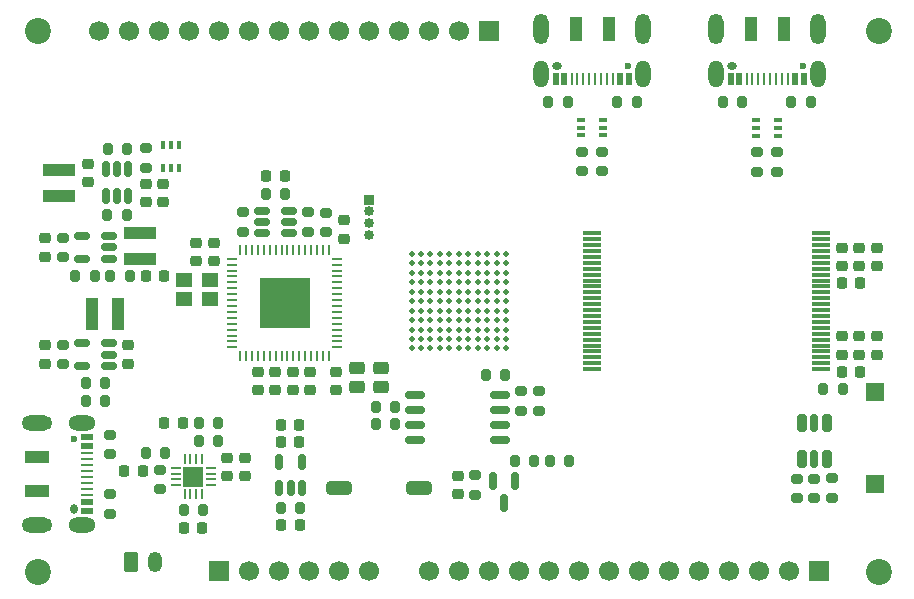
<source format=gbr>
%TF.GenerationSoftware,KiCad,Pcbnew,9.0.3*%
%TF.CreationDate,2025-10-10T02:21:22-04:00*%
%TF.ProjectId,sbc,7362632e-6b69-4636-9164-5f7063625858,rev?*%
%TF.SameCoordinates,Original*%
%TF.FileFunction,Soldermask,Top*%
%TF.FilePolarity,Negative*%
%FSLAX46Y46*%
G04 Gerber Fmt 4.6, Leading zero omitted, Abs format (unit mm)*
G04 Created by KiCad (PCBNEW 9.0.3) date 2025-10-10 02:21:22*
%MOMM*%
%LPD*%
G01*
G04 APERTURE LIST*
G04 Aperture macros list*
%AMRoundRect*
0 Rectangle with rounded corners*
0 $1 Rounding radius*
0 $2 $3 $4 $5 $6 $7 $8 $9 X,Y pos of 4 corners*
0 Add a 4 corners polygon primitive as box body*
4,1,4,$2,$3,$4,$5,$6,$7,$8,$9,$2,$3,0*
0 Add four circle primitives for the rounded corners*
1,1,$1+$1,$2,$3*
1,1,$1+$1,$4,$5*
1,1,$1+$1,$6,$7*
1,1,$1+$1,$8,$9*
0 Add four rect primitives between the rounded corners*
20,1,$1+$1,$2,$3,$4,$5,0*
20,1,$1+$1,$4,$5,$6,$7,0*
20,1,$1+$1,$6,$7,$8,$9,0*
20,1,$1+$1,$8,$9,$2,$3,0*%
G04 Aperture macros list end*
%ADD10RoundRect,0.200000X0.200000X0.275000X-0.200000X0.275000X-0.200000X-0.275000X0.200000X-0.275000X0*%
%ADD11RoundRect,0.200000X0.275000X-0.200000X0.275000X0.200000X-0.275000X0.200000X-0.275000X-0.200000X0*%
%ADD12RoundRect,0.225000X0.250000X-0.225000X0.250000X0.225000X-0.250000X0.225000X-0.250000X-0.225000X0*%
%ADD13RoundRect,0.150000X-0.150000X0.587500X-0.150000X-0.587500X0.150000X-0.587500X0.150000X0.587500X0*%
%ADD14C,0.600000*%
%ADD15R,2.000000X1.000000*%
%ADD16O,0.600000X0.850000*%
%ADD17R,1.000000X0.520000*%
%ADD18R,1.000000X0.270000*%
%ADD19O,2.300000X1.300000*%
%ADD20O,2.600000X1.300000*%
%ADD21RoundRect,0.200000X-0.200000X-0.275000X0.200000X-0.275000X0.200000X0.275000X-0.200000X0.275000X0*%
%ADD22R,1.000000X2.700000*%
%ADD23R,2.700000X1.000000*%
%ADD24RoundRect,0.160000X-0.240000X0.565000X-0.240000X-0.565000X0.240000X-0.565000X0.240000X0.565000X0*%
%ADD25RoundRect,0.120000X-0.180000X0.605000X-0.180000X-0.605000X0.180000X-0.605000X0.180000X0.605000X0*%
%ADD26RoundRect,0.225000X-0.250000X0.225000X-0.250000X-0.225000X0.250000X-0.225000X0.250000X0.225000X0*%
%ADD27RoundRect,0.200000X-0.275000X0.200000X-0.275000X-0.200000X0.275000X-0.200000X0.275000X0.200000X0*%
%ADD28RoundRect,0.250000X-0.350000X-0.625000X0.350000X-0.625000X0.350000X0.625000X-0.350000X0.625000X0*%
%ADD29O,1.200000X1.750000*%
%ADD30RoundRect,0.225000X0.225000X0.250000X-0.225000X0.250000X-0.225000X-0.250000X0.225000X-0.250000X0*%
%ADD31RoundRect,0.250000X-0.830000X-0.310000X0.830000X-0.310000X0.830000X0.310000X-0.830000X0.310000X0*%
%ADD32RoundRect,0.150000X0.512500X0.150000X-0.512500X0.150000X-0.512500X-0.150000X0.512500X-0.150000X0*%
%ADD33RoundRect,0.218750X0.256250X-0.218750X0.256250X0.218750X-0.256250X0.218750X-0.256250X-0.218750X0*%
%ADD34RoundRect,0.150000X0.150000X-0.512500X0.150000X0.512500X-0.150000X0.512500X-0.150000X-0.512500X0*%
%ADD35RoundRect,0.100000X-0.225000X-0.100000X0.225000X-0.100000X0.225000X0.100000X-0.225000X0.100000X0*%
%ADD36RoundRect,0.062500X-0.337500X-0.062500X0.337500X-0.062500X0.337500X0.062500X-0.337500X0.062500X0*%
%ADD37RoundRect,0.062500X-0.062500X-0.337500X0.062500X-0.337500X0.062500X0.337500X-0.062500X0.337500X0*%
%ADD38R,4.350000X4.350000*%
%ADD39R,1.500000X1.500000*%
%ADD40C,2.200000*%
%ADD41RoundRect,0.150000X-0.512500X-0.150000X0.512500X-0.150000X0.512500X0.150000X-0.512500X0.150000X0*%
%ADD42C,0.500000*%
%ADD43R,1.400000X1.200000*%
%ADD44R,1.000000X2.000000*%
%ADD45O,0.850000X0.600000*%
%ADD46R,0.520000X1.000000*%
%ADD47R,0.270000X1.000000*%
%ADD48O,1.300000X2.300000*%
%ADD49O,1.300000X2.600000*%
%ADD50RoundRect,0.218750X-0.256250X0.218750X-0.256250X-0.218750X0.256250X-0.218750X0.256250X0.218750X0*%
%ADD51R,1.700000X1.700000*%
%ADD52C,1.700000*%
%ADD53RoundRect,0.162500X-0.650000X-0.162500X0.650000X-0.162500X0.650000X0.162500X-0.650000X0.162500X0*%
%ADD54RoundRect,0.225000X-0.225000X-0.250000X0.225000X-0.250000X0.225000X0.250000X-0.225000X0.250000X0*%
%ADD55RoundRect,0.218750X-0.218750X-0.256250X0.218750X-0.256250X0.218750X0.256250X-0.218750X0.256250X0*%
%ADD56RoundRect,0.250000X-0.400000X-0.300000X0.400000X-0.300000X0.400000X0.300000X-0.400000X0.300000X0*%
%ADD57RoundRect,0.218750X0.218750X0.256250X-0.218750X0.256250X-0.218750X-0.256250X0.218750X-0.256250X0*%
%ADD58RoundRect,0.100000X-0.100000X0.225000X-0.100000X-0.225000X0.100000X-0.225000X0.100000X0.225000X0*%
%ADD59RoundRect,0.075000X-0.712500X-0.075000X0.712500X-0.075000X0.712500X0.075000X-0.712500X0.075000X0*%
%ADD60RoundRect,0.062500X0.062500X-0.350000X0.062500X0.350000X-0.062500X0.350000X-0.062500X-0.350000X0*%
%ADD61RoundRect,0.062500X0.350000X-0.062500X0.350000X0.062500X-0.350000X0.062500X-0.350000X-0.062500X0*%
%ADD62R,1.680000X1.680000*%
%ADD63R,0.850000X0.850000*%
%ADD64C,0.850000*%
G04 APERTURE END LIST*
D10*
%TO.C,R26*%
X148920000Y-84770000D03*
X147270000Y-84770000D03*
%TD*%
D11*
%TO.C,R21*%
X106154000Y-106944600D03*
X106154000Y-105294600D03*
%TD*%
%TO.C,R33*%
X168360000Y-118260000D03*
X168360000Y-116610000D03*
%TD*%
D10*
%TO.C,R23*%
X163720000Y-84770000D03*
X162070000Y-84770000D03*
%TD*%
D12*
%TO.C,C33*%
X173620000Y-98605000D03*
X173620000Y-97055000D03*
%TD*%
D13*
%TO.C,Q2*%
X144460000Y-116815000D03*
X142560000Y-116815000D03*
X143510000Y-118690000D03*
%TD*%
D11*
%TO.C,R18*%
X145000000Y-110860000D03*
X145000000Y-109210000D03*
%TD*%
D14*
%TO.C,J6*%
X107102500Y-113225000D03*
D15*
X104002500Y-114825000D03*
X104002500Y-117625000D03*
D16*
X107102500Y-119225000D03*
D17*
X108202500Y-113125000D03*
X108202500Y-113875000D03*
D18*
X108202500Y-114475000D03*
X108202500Y-115975000D03*
X108202500Y-116975000D03*
X108202500Y-117975000D03*
D17*
X108202500Y-118575000D03*
X108202500Y-119325000D03*
X108202500Y-119325000D03*
X108202500Y-118575000D03*
D18*
X108202500Y-117475000D03*
X108202500Y-116475000D03*
X108202500Y-115475000D03*
X108202500Y-114975000D03*
D17*
X108202500Y-113875000D03*
X108202500Y-113125000D03*
D19*
X107827500Y-111905000D03*
D20*
X104002500Y-111905000D03*
D19*
X107827500Y-120545000D03*
D20*
X104002500Y-120545000D03*
%TD*%
D12*
%TO.C,C40*%
X124170000Y-109100000D03*
X124170000Y-107550000D03*
%TD*%
D21*
%TO.C,R53*%
X116400000Y-119300000D03*
X118050000Y-119300000D03*
%TD*%
D22*
%TO.C,L1*%
X108686500Y-102679600D03*
X110886500Y-102679600D03*
%TD*%
D23*
%TO.C,L2*%
X112725200Y-95801200D03*
X112725200Y-98001200D03*
%TD*%
D24*
%TO.C,D3*%
X170860000Y-111875000D03*
D25*
X169810000Y-111875000D03*
D24*
X168760000Y-111875000D03*
X168760000Y-114925000D03*
D25*
X169810000Y-114925000D03*
D24*
X170860000Y-114925000D03*
%TD*%
D26*
%TO.C,C16*%
X108351600Y-89957400D03*
X108351600Y-91507400D03*
%TD*%
D27*
%TO.C,R35*%
X151870000Y-88949200D03*
X151870000Y-90599200D03*
%TD*%
D12*
%TO.C,C55*%
X175090000Y-98605000D03*
X175090000Y-97055000D03*
%TD*%
D21*
%TO.C,R24*%
X167870000Y-84770000D03*
X169520000Y-84770000D03*
%TD*%
D28*
%TO.C,J3*%
X111970000Y-123710000D03*
D29*
X113970000Y-123710000D03*
%TD*%
D30*
%TO.C,C4*%
X116330000Y-111940000D03*
X114780000Y-111940000D03*
%TD*%
D11*
%TO.C,R10*%
X110212500Y-114555000D03*
X110212500Y-112905000D03*
%TD*%
D31*
%TO.C,JP2*%
X129578600Y-117398800D03*
X136308600Y-117398800D03*
%TD*%
D11*
%TO.C,R16*%
X146460000Y-110870000D03*
X146460000Y-109220000D03*
%TD*%
D32*
%TO.C,U11*%
X110094000Y-107074600D03*
X110094000Y-106124600D03*
X110094000Y-105174600D03*
X107819000Y-105174600D03*
X107819000Y-107074600D03*
%TD*%
D33*
%TO.C,D6*%
X121570000Y-116435000D03*
X121570000Y-114860000D03*
%TD*%
D32*
%TO.C,U1*%
X110063200Y-97993200D03*
X110063200Y-97043200D03*
X110063200Y-96093200D03*
X107788200Y-96093200D03*
X107788200Y-97993200D03*
%TD*%
D34*
%TO.C,U4*%
X109831600Y-92647400D03*
X110781600Y-92647400D03*
X111731600Y-92647400D03*
X111731600Y-90372400D03*
X110781600Y-90372400D03*
X109831600Y-90372400D03*
%TD*%
D21*
%TO.C,R13*%
X107223200Y-99473200D03*
X108873200Y-99473200D03*
%TD*%
D26*
%TO.C,C41*%
X173620000Y-104580000D03*
X173620000Y-106130000D03*
%TD*%
D10*
%TO.C,R9*%
X109764000Y-108559600D03*
X108114000Y-108559600D03*
%TD*%
D21*
%TO.C,R48*%
X123350000Y-92479600D03*
X125000000Y-92479600D03*
%TD*%
D35*
%TO.C,U14*%
X164830000Y-86279200D03*
X164830000Y-86929200D03*
X164830000Y-87579200D03*
X166730000Y-87579200D03*
X166730000Y-86929200D03*
X166730000Y-86279200D03*
%TD*%
D36*
%TO.C,U8*%
X120500000Y-98000000D03*
X120500000Y-98500000D03*
X120500000Y-99000000D03*
X120500000Y-99500000D03*
X120500000Y-100000000D03*
X120500000Y-100500000D03*
X120500000Y-101000000D03*
X120500000Y-101500000D03*
X120500000Y-102000000D03*
X120500000Y-102500000D03*
X120500000Y-103000000D03*
X120500000Y-103500000D03*
X120500000Y-104000000D03*
X120500000Y-104500000D03*
X120500000Y-105000000D03*
X120500000Y-105500000D03*
D37*
X121200000Y-106200000D03*
X121700000Y-106200000D03*
X122200000Y-106200000D03*
X122700000Y-106200000D03*
X123200000Y-106200000D03*
X123700000Y-106200000D03*
X124200000Y-106200000D03*
X124700000Y-106200000D03*
X125200000Y-106200000D03*
X125700000Y-106200000D03*
X126200000Y-106200000D03*
X126700000Y-106200000D03*
X127200000Y-106200000D03*
X127700000Y-106200000D03*
X128200000Y-106200000D03*
X128700000Y-106200000D03*
D36*
X129400000Y-105500000D03*
X129400000Y-105000000D03*
X129400000Y-104500000D03*
X129400000Y-104000000D03*
X129400000Y-103500000D03*
X129400000Y-103000000D03*
X129400000Y-102500000D03*
X129400000Y-102000000D03*
X129400000Y-101500000D03*
X129400000Y-101000000D03*
X129400000Y-100500000D03*
X129400000Y-100000000D03*
X129400000Y-99500000D03*
X129400000Y-99000000D03*
X129400000Y-98500000D03*
X129400000Y-98000000D03*
D37*
X128700000Y-97300000D03*
X128200000Y-97300000D03*
X127700000Y-97300000D03*
X127200000Y-97300000D03*
X126700000Y-97300000D03*
X126200000Y-97300000D03*
X125700000Y-97300000D03*
X125200000Y-97300000D03*
X124700000Y-97300000D03*
X124200000Y-97300000D03*
X123700000Y-97300000D03*
X123200000Y-97300000D03*
X122700000Y-97300000D03*
X122200000Y-97300000D03*
X121700000Y-97300000D03*
X121200000Y-97300000D03*
D38*
X124950000Y-101750000D03*
%TD*%
D12*
%TO.C,C42*%
X125630000Y-109100000D03*
X125630000Y-107550000D03*
%TD*%
D11*
%TO.C,R5*%
X114377500Y-117515000D03*
X114377500Y-115865000D03*
%TD*%
D26*
%TO.C,C15*%
X175080000Y-104580000D03*
X175080000Y-106130000D03*
%TD*%
D39*
%TO.C,SW1*%
X174910000Y-117090000D03*
X174910000Y-109290000D03*
%TD*%
D40*
%TO.C,H2*%
X175300000Y-78700000D03*
%TD*%
D11*
%TO.C,R50*%
X128430000Y-95739600D03*
X128430000Y-94089600D03*
%TD*%
%TO.C,R49*%
X126970000Y-95734600D03*
X126970000Y-94084600D03*
%TD*%
D10*
%TO.C,R17*%
X134310000Y-112000000D03*
X132660000Y-112000000D03*
%TD*%
D12*
%TO.C,C37*%
X117468800Y-98230000D03*
X117468800Y-96680000D03*
%TD*%
D21*
%TO.C,R27*%
X153100000Y-84770000D03*
X154750000Y-84770000D03*
%TD*%
D10*
%TO.C,R4*%
X114832500Y-114485000D03*
X113182500Y-114485000D03*
%TD*%
D41*
%TO.C,U7*%
X123042500Y-93959600D03*
X123042500Y-94909600D03*
X123042500Y-95859600D03*
X125317500Y-95859600D03*
X125317500Y-94909600D03*
X125317500Y-93959600D03*
%TD*%
D42*
%TO.C,U2*%
X135700000Y-97600000D03*
X136500000Y-97600000D03*
X137300000Y-97600000D03*
X138100000Y-97600000D03*
X138900000Y-97600000D03*
X139700000Y-97600000D03*
X140500000Y-97600000D03*
X141300000Y-97600000D03*
X142100000Y-97600000D03*
X142900000Y-97600000D03*
X143700000Y-97600000D03*
X135700000Y-98400000D03*
X136500000Y-98400000D03*
X137300000Y-98400000D03*
X138100000Y-98400000D03*
X138900000Y-98400000D03*
X139700000Y-98400000D03*
X140500000Y-98400000D03*
X141300000Y-98400000D03*
X142100000Y-98400000D03*
X142900000Y-98400000D03*
X143700000Y-98400000D03*
X135700000Y-99200000D03*
X136500000Y-99200000D03*
X137300000Y-99200000D03*
X138100000Y-99200000D03*
X138900000Y-99200000D03*
X139700000Y-99200000D03*
X140500000Y-99200000D03*
X141300000Y-99200000D03*
X142100000Y-99200000D03*
X142900000Y-99200000D03*
X143700000Y-99200000D03*
X135700000Y-100000000D03*
X136500000Y-100000000D03*
X137300000Y-100000000D03*
X138100000Y-100000000D03*
X138900000Y-100000000D03*
X139700000Y-100000000D03*
X140500000Y-100000000D03*
X141300000Y-100000000D03*
X142100000Y-100000000D03*
X142900000Y-100000000D03*
X143700000Y-100000000D03*
X135700000Y-100800000D03*
X136500000Y-100800000D03*
X137300000Y-100800000D03*
X138100000Y-100800000D03*
X138900000Y-100800000D03*
X139700000Y-100800000D03*
X140500000Y-100800000D03*
X141300000Y-100800000D03*
X142100000Y-100800000D03*
X142900000Y-100800000D03*
X143700000Y-100800000D03*
X135700000Y-101600000D03*
X136500000Y-101600000D03*
X137300000Y-101600000D03*
X138100000Y-101600000D03*
X138900000Y-101600000D03*
X139700000Y-101600000D03*
X140500000Y-101600000D03*
X141300000Y-101600000D03*
X142100000Y-101600000D03*
X142900000Y-101600000D03*
X143700000Y-101600000D03*
X135700000Y-102400000D03*
X136500000Y-102400000D03*
X137300000Y-102400000D03*
X138100000Y-102400000D03*
X138900000Y-102400000D03*
X139700000Y-102400000D03*
X140500000Y-102400000D03*
X141300000Y-102400000D03*
X142100000Y-102400000D03*
X142900000Y-102400000D03*
X143700000Y-102400000D03*
X135700000Y-103200000D03*
X136500000Y-103200000D03*
X137300000Y-103200000D03*
X138100000Y-103200000D03*
X138900000Y-103200000D03*
X139700000Y-103200000D03*
X140500000Y-103200000D03*
X141300000Y-103200000D03*
X142100000Y-103200000D03*
X142900000Y-103200000D03*
X143700000Y-103200000D03*
X135700000Y-104000000D03*
X136500000Y-104000000D03*
X137300000Y-104000000D03*
X138100000Y-104000000D03*
X138900000Y-104000000D03*
X139700000Y-104000000D03*
X140500000Y-104000000D03*
X141300000Y-104000000D03*
X142100000Y-104000000D03*
X142900000Y-104000000D03*
X143700000Y-104000000D03*
X135700000Y-104800000D03*
X136500000Y-104800000D03*
X137300000Y-104800000D03*
X138100000Y-104800000D03*
X138900000Y-104800000D03*
X139700000Y-104800000D03*
X140500000Y-104800000D03*
X141300000Y-104800000D03*
X142100000Y-104800000D03*
X142900000Y-104800000D03*
X143700000Y-104800000D03*
X135700000Y-105600000D03*
X136500000Y-105600000D03*
X137300000Y-105600000D03*
X138100000Y-105600000D03*
X138900000Y-105600000D03*
X139700000Y-105600000D03*
X140500000Y-105600000D03*
X141300000Y-105600000D03*
X142100000Y-105600000D03*
X142900000Y-105600000D03*
X143700000Y-105600000D03*
%TD*%
D43*
%TO.C,Y1*%
X118668800Y-99830000D03*
X116468800Y-99830000D03*
X116468800Y-101430000D03*
X118668800Y-101430000D03*
%TD*%
D14*
%TO.C,J1*%
X168820000Y-81660000D03*
D44*
X167220000Y-78560000D03*
X164420000Y-78560000D03*
D45*
X162820000Y-81660000D03*
D46*
X168920000Y-82760000D03*
X168170000Y-82760000D03*
D47*
X167570000Y-82760000D03*
X166070000Y-82760000D03*
X165070000Y-82760000D03*
X164070000Y-82760000D03*
D46*
X163470000Y-82760000D03*
X162720000Y-82760000D03*
X162720000Y-82760000D03*
X163470000Y-82760000D03*
D47*
X164570000Y-82760000D03*
X165570000Y-82760000D03*
X166570000Y-82760000D03*
X167070000Y-82760000D03*
D46*
X168170000Y-82760000D03*
X168920000Y-82760000D03*
D48*
X170140000Y-82385000D03*
D49*
X170140000Y-78560000D03*
D48*
X161500000Y-82385000D03*
D49*
X161500000Y-78560000D03*
%TD*%
D50*
%TO.C,D4*%
X139620000Y-116385000D03*
X139620000Y-117960000D03*
%TD*%
D14*
%TO.C,J7*%
X154000000Y-81660000D03*
D44*
X152400000Y-78560000D03*
X149600000Y-78560000D03*
D45*
X148000000Y-81660000D03*
D46*
X154100000Y-82760000D03*
X153350000Y-82760000D03*
D47*
X152750000Y-82760000D03*
X151250000Y-82760000D03*
X150250000Y-82760000D03*
X149250000Y-82760000D03*
D46*
X148650000Y-82760000D03*
X147900000Y-82760000D03*
X147900000Y-82760000D03*
X148650000Y-82760000D03*
D47*
X149750000Y-82760000D03*
X150750000Y-82760000D03*
X151750000Y-82760000D03*
X152250000Y-82760000D03*
D46*
X153350000Y-82760000D03*
X154100000Y-82760000D03*
D48*
X155320000Y-82385000D03*
D49*
X155320000Y-78560000D03*
D48*
X146680000Y-82385000D03*
D49*
X146680000Y-78560000D03*
%TD*%
D26*
%TO.C,C56*%
X172160000Y-104580000D03*
X172160000Y-106130000D03*
%TD*%
D21*
%TO.C,R40*%
X147410000Y-115110000D03*
X149060000Y-115110000D03*
%TD*%
D51*
%TO.C,J4*%
X119380000Y-124460000D03*
D52*
X121920000Y-124460000D03*
X124460000Y-124460000D03*
X127000000Y-124460000D03*
X129540000Y-124460000D03*
X132080000Y-124460000D03*
%TD*%
D27*
%TO.C,R37*%
X121400000Y-94069600D03*
X121400000Y-95719600D03*
%TD*%
%TO.C,R44*%
X166640000Y-88984200D03*
X166640000Y-90634200D03*
%TD*%
D26*
%TO.C,C34*%
X113211600Y-91662400D03*
X113211600Y-93212400D03*
%TD*%
D53*
%TO.C,U3*%
X136025000Y-109560000D03*
X136025000Y-110830000D03*
X136025000Y-112100000D03*
X136025000Y-113370000D03*
X143200000Y-113370000D03*
X143200000Y-112100000D03*
X143200000Y-110830000D03*
X143200000Y-109560000D03*
%TD*%
D54*
%TO.C,C9*%
X113188200Y-99473200D03*
X114738200Y-99473200D03*
%TD*%
D21*
%TO.C,R55*%
X109951600Y-94292400D03*
X111601600Y-94292400D03*
%TD*%
D54*
%TO.C,C13*%
X172140000Y-107560000D03*
X173690000Y-107560000D03*
%TD*%
D10*
%TO.C,R6*%
X119337500Y-111940000D03*
X117687500Y-111940000D03*
%TD*%
D21*
%TO.C,R8*%
X108114000Y-110019600D03*
X109764000Y-110019600D03*
%TD*%
D54*
%TO.C,C64*%
X111400000Y-115940000D03*
X112950000Y-115940000D03*
%TD*%
D10*
%TO.C,R31*%
X172210000Y-109030000D03*
X170560000Y-109030000D03*
%TD*%
D26*
%TO.C,C6*%
X111734000Y-105339600D03*
X111734000Y-106889600D03*
%TD*%
D40*
%TO.C,H1*%
X104100000Y-78700000D03*
%TD*%
D21*
%TO.C,R22*%
X141980000Y-107830000D03*
X143630000Y-107830000D03*
%TD*%
%TO.C,R39*%
X109961600Y-88732400D03*
X111611600Y-88732400D03*
%TD*%
D26*
%TO.C,C5*%
X104684000Y-105344600D03*
X104684000Y-106894600D03*
%TD*%
D12*
%TO.C,C39*%
X172160000Y-98605000D03*
X172160000Y-97055000D03*
%TD*%
D35*
%TO.C,U15*%
X150050000Y-86249200D03*
X150050000Y-86899200D03*
X150050000Y-87549200D03*
X151950000Y-87549200D03*
X151950000Y-86899200D03*
X151950000Y-86249200D03*
%TD*%
D55*
%TO.C,L6*%
X124625000Y-113500000D03*
X126200000Y-113500000D03*
%TD*%
D56*
%TO.C,Y2*%
X131050000Y-108880000D03*
X133150000Y-108880000D03*
X133150000Y-107230000D03*
X131050000Y-107230000D03*
%TD*%
D21*
%TO.C,R54*%
X124638000Y-119088400D03*
X126288000Y-119088400D03*
%TD*%
D11*
%TO.C,R42*%
X141080000Y-117990000D03*
X141080000Y-116340000D03*
%TD*%
D26*
%TO.C,C14*%
X129270000Y-107550000D03*
X129270000Y-109100000D03*
%TD*%
D57*
%TO.C,L4*%
X173690000Y-100040000D03*
X172115000Y-100040000D03*
%TD*%
D23*
%TO.C,L3*%
X105871600Y-90502400D03*
X105871600Y-92702400D03*
%TD*%
D21*
%TO.C,R12*%
X110183200Y-99473200D03*
X111833200Y-99473200D03*
%TD*%
D11*
%TO.C,R34*%
X169820000Y-118260000D03*
X169820000Y-116610000D03*
%TD*%
D40*
%TO.C,H4*%
X104100000Y-124500000D03*
%TD*%
D58*
%TO.C,U12*%
X115991600Y-88412400D03*
X115341600Y-88412400D03*
X114691600Y-88412400D03*
X114691600Y-90312400D03*
X115341600Y-90312400D03*
X115991600Y-90312400D03*
%TD*%
D26*
%TO.C,C35*%
X114671600Y-91662400D03*
X114671600Y-93212400D03*
%TD*%
D59*
%TO.C,U6*%
X151012500Y-95850000D03*
X151012500Y-96350000D03*
X151012500Y-96850000D03*
X151012500Y-97350000D03*
X151012500Y-97850000D03*
X151012500Y-98350000D03*
X151012500Y-98850000D03*
X151012500Y-99350000D03*
X151012500Y-99850000D03*
X151012500Y-100350000D03*
X151012500Y-100850000D03*
X151012500Y-101350000D03*
X151012500Y-101850000D03*
X151012500Y-102350000D03*
X151012500Y-102850000D03*
X151012500Y-103350000D03*
X151012500Y-103850000D03*
X151012500Y-104350000D03*
X151012500Y-104850000D03*
X151012500Y-105350000D03*
X151012500Y-105850000D03*
X151012500Y-106350000D03*
X151012500Y-106850000D03*
X151012500Y-107350000D03*
X170387500Y-107350000D03*
X170387500Y-106850000D03*
X170387500Y-106350000D03*
X170387500Y-105850000D03*
X170387500Y-105350000D03*
X170387500Y-104850000D03*
X170387500Y-104350000D03*
X170387500Y-103850000D03*
X170387500Y-103350000D03*
X170387500Y-102850000D03*
X170387500Y-102350000D03*
X170387500Y-101850000D03*
X170387500Y-101350000D03*
X170387500Y-100850000D03*
X170387500Y-100350000D03*
X170387500Y-99850000D03*
X170387500Y-99350000D03*
X170387500Y-98850000D03*
X170387500Y-98350000D03*
X170387500Y-97850000D03*
X170387500Y-97350000D03*
X170387500Y-96850000D03*
X170387500Y-96350000D03*
X170387500Y-95850000D03*
%TD*%
D10*
%TO.C,R7*%
X119337500Y-113440000D03*
X117687500Y-113440000D03*
%TD*%
D12*
%TO.C,C38*%
X122710000Y-109100000D03*
X122710000Y-107550000D03*
%TD*%
D60*
%TO.C,U9*%
X116487500Y-117902500D03*
X116987500Y-117902500D03*
X117487500Y-117902500D03*
X117987500Y-117902500D03*
D61*
X118700000Y-117190000D03*
X118700000Y-116690000D03*
X118700000Y-116190000D03*
X118700000Y-115690000D03*
D60*
X117987500Y-114977500D03*
X117487500Y-114977500D03*
X116987500Y-114977500D03*
X116487500Y-114977500D03*
D61*
X115775000Y-115690000D03*
X115775000Y-116190000D03*
X115775000Y-116690000D03*
X115775000Y-117190000D03*
D62*
X117237500Y-116440000D03*
%TD*%
D12*
%TO.C,C36*%
X118938800Y-98230000D03*
X118938800Y-96680000D03*
%TD*%
D34*
%TO.C,U10*%
X124518000Y-117453400D03*
X125468000Y-117453400D03*
X126418000Y-117453400D03*
X126418000Y-115178400D03*
X124518000Y-115178400D03*
%TD*%
D27*
%TO.C,R38*%
X113211600Y-88657400D03*
X113211600Y-90307400D03*
%TD*%
%TO.C,R43*%
X164910000Y-88979200D03*
X164910000Y-90629200D03*
%TD*%
D40*
%TO.C,H3*%
X175300000Y-124500000D03*
%TD*%
D12*
%TO.C,C44*%
X129946400Y-96292000D03*
X129946400Y-94742000D03*
%TD*%
D26*
%TO.C,C7*%
X104693200Y-96263200D03*
X104693200Y-97813200D03*
%TD*%
D54*
%TO.C,C45*%
X116450000Y-120770000D03*
X118000000Y-120770000D03*
%TD*%
D12*
%TO.C,C43*%
X127090000Y-109100000D03*
X127090000Y-107550000D03*
%TD*%
D11*
%TO.C,R32*%
X171280000Y-118250000D03*
X171280000Y-116600000D03*
%TD*%
D30*
%TO.C,C10*%
X126198000Y-112038400D03*
X124648000Y-112038400D03*
%TD*%
D10*
%TO.C,R41*%
X146100000Y-115100000D03*
X144450000Y-115100000D03*
%TD*%
D11*
%TO.C,R29*%
X106153200Y-97868200D03*
X106153200Y-96218200D03*
%TD*%
D27*
%TO.C,R25*%
X150130000Y-88949200D03*
X150130000Y-90599200D03*
%TD*%
D33*
%TO.C,D2*%
X120100000Y-116435000D03*
X120100000Y-114860000D03*
%TD*%
D51*
%TO.C,J8*%
X170180000Y-124460000D03*
D52*
X167640000Y-124460000D03*
X165100000Y-124460000D03*
X162560000Y-124460000D03*
X160020000Y-124460000D03*
X157480000Y-124460000D03*
X154940000Y-124460000D03*
X152400000Y-124460000D03*
X149860000Y-124460000D03*
X147320000Y-124460000D03*
X144780000Y-124460000D03*
X142240000Y-124460000D03*
X139700000Y-124460000D03*
X137160000Y-124460000D03*
%TD*%
D51*
%TO.C,J5*%
X142240000Y-78740000D03*
D52*
X139700000Y-78740000D03*
X137160000Y-78740000D03*
X134620000Y-78740000D03*
X132080000Y-78740000D03*
X129540000Y-78740000D03*
X127000000Y-78740000D03*
X124460000Y-78740000D03*
X121920000Y-78740000D03*
X119380000Y-78740000D03*
X116840000Y-78740000D03*
X114300000Y-78740000D03*
X111760000Y-78740000D03*
X109220000Y-78740000D03*
%TD*%
D63*
%TO.C,J9*%
X132080000Y-93000000D03*
D64*
X132080000Y-94000000D03*
X132080000Y-95000000D03*
X132080000Y-96000000D03*
%TD*%
D10*
%TO.C,R36*%
X134315000Y-110540000D03*
X132665000Y-110540000D03*
%TD*%
D54*
%TO.C,C8*%
X124688000Y-120548400D03*
X126238000Y-120548400D03*
%TD*%
D27*
%TO.C,R11*%
X110212500Y-117955000D03*
X110212500Y-119605000D03*
%TD*%
D30*
%TO.C,C60*%
X124950000Y-91019600D03*
X123400000Y-91019600D03*
%TD*%
M02*

</source>
